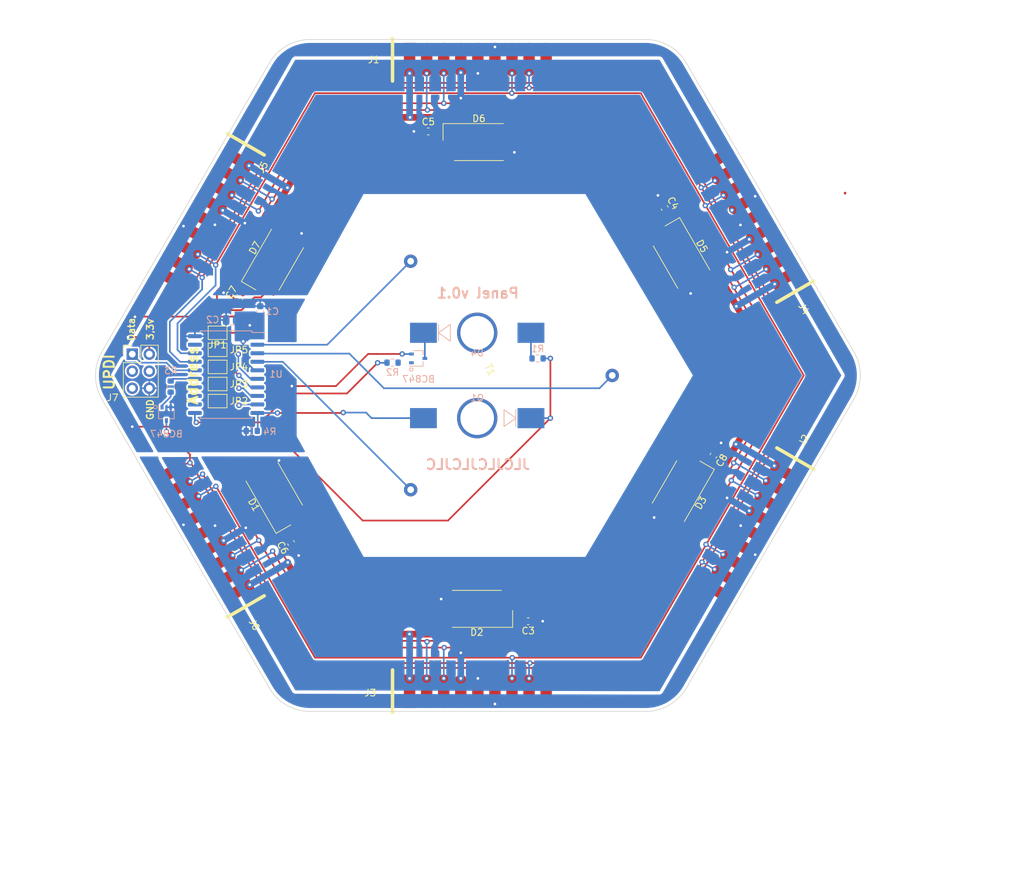
<source format=kicad_pcb>
(kicad_pcb (version 20211014) (generator pcbnew)
  (layers (0 "F.Cu" signal) (31 "B.Cu" signal) (34 "B.Paste" user) (35 "F.Paste" user) (36 "B.SilkS" user "B.Silkscreen") (37 "F.SilkS" user "F.Silkscreen") (38 "B.Mask" user) (39 "F.Mask" user) (44 "Edge.Cuts" user))
  (net 0 "")
  (net 1 "+3V3")
  (net 2 "GND")
  (net 3 "+5V")
  (net 4 "Net-(D1-Pad2)")
  (net 5 "GND1")
  (net 6 "LED_IN")
  (net 7 "Net-(D2-Pad2)")
  (net 8 "Net-(D3-Pad2)")
  (net 9 "Net-(D4-Pad2)")
  (net 10 "Net-(D5-Pad2)")
  (net 11 "LED_OUT")
  (net 12 "UPDI_DATA")
  (net 13 "Net-(D4-Pad1)")
  (net 14 "Net-(D6-Pad2)")
  (net 15 "Net-(JP1-Pad1)")
  (net 16 "Net-(JP2-Pad1)")
  (net 17 "Net-(JP3-Pad1)")
  (net 18 "Net-(JP4-Pad1)")
  (net 19 "Net-(JP5-Pad1)")
  (net 20 "Net-(Q1-Pad2)")
  (net 21 "Net-(Q2-Pad1)")
  (net 22 "Net-(Q3-Pad1)")
  (net 26 "touch")
  (net 27 "I2C_SDA")
  (net 28 "I2C_SCL")
  (net 30 "Net-(R2-Pad1)")
  (net 31 "Net-(R3-Pad2)")
  (net 32 "Net-(T1-Pad0)")
  (net 33 "Net-(T1-Pad1)")
  (net 34 "Net-(T1-Pad2)")
  (footprint "Capacitor_SMD:C_0603_1608Metric" (layer "F.Cu") (at 27.8065 -24.92817 -60)
    (fp_text reference "C4")
    (fp_text value "100nF")
  )
  (footprint "fsr:1x09_EdgeConnect" (layer "F.Cu") (at 40.891723 -23.47734 -150)
    (fp_text reference "J4")
    (fp_text value "Connect")
  )
  (footprint "fsr:1x09_EdgeConnect" (layer "F.Cu") (at 0 -47 90)
    (fp_text reference "J1")
    (fp_text value "Connect")
  )
  (footprint "fsr:LED_WS2812B_PLCC4_5.0x5.0mm_P3.2mm_handSolder" (layer "F.Cu") (at -0.155445 34.730762 180)
    (fp_text reference "D2")
    (fp_text value "WS2812B")
  )
  (footprint "fsr:1x09_EdgeConnect" (layer "F.Cu") (at -40.896277 23.38566 -150)
    (fp_text reference "J6")
    (fp_text value "Connect")
  )
  (footprint "Capacitor_SMD:C_0603_1608Metric" (layer "F.Cu") (at -35.433 -11.64783 60)
    (fp_text reference "C7")
    (fp_text value "100nF")
  )
  (footprint "Capacitor_SMD:C_0603_1608Metric" (layer "F.Cu") (at 35.052 11.938 -120)
    (fp_text reference "C8")
    (fp_text value "100nF")
  )
  (footprint "fsr:LED_RevMount_5mm" (layer "F.Cu") (at -0.1 -6.35)
    (fp_text reference "D4")
    (fp_text value "LED")
  )
  (footprint "fsr:1x09_EdgeConnect" (layer "F.Cu") (at -40.894 -23.408705 -30)
    (fp_text reference "J5")
    (fp_text value "Connect")
  )
  (footprint "fsr:LED_WS2812B_PLCC4_5.0x5.0mm_P3.2mm_handSolder" (layer "F.Cu") (at -30.155445 -17.230762 60)
    (fp_text reference "D7")
    (fp_text value "WS2812B")
  )
  (footprint "Jumper:SolderJumper-2_P1.3mm_Open_TrianglePad1.0x1.5mm" (layer "F.Cu") (at -38.735 -1.27 180)
    (fp_text reference "JP4")
    (fp_text value "A3")
  )
  (footprint "Capacitor_SMD:C_0603_1608Metric" (layer "F.Cu") (at 7.493 36.576 180)
    (fp_text reference "C3")
    (fp_text value "100nF")
  )
  (footprint "fsr:1x09_EdgeConnect" (layer "F.Cu") (at 0 47 90)
    (fp_text reference "J3")
    (fp_text value "Connect")
  )
  (footprint "fsr:LED_WS2812B_PLCC4_5.0x5.0mm_P3.2mm_handSolder" (layer "F.Cu") (at 0.155445 -34.730762)
    (fp_text reference "D6")
    (fp_text value "WS2812B")
  )
  (footprint "fsr:LED_WS2812B_PLCC4_5.0x5.0mm_P3.2mm_handSolder" (layer "F.Cu") (at -30.310889 17.5 120)
    (fp_text reference "D1")
    (fp_text value "WS2812B")
  )
  (footprint "Jumper:SolderJumper-2_P1.3mm_Open_TrianglePad1.0x1.5mm" (layer "F.Cu") (at -38.735 -3.81 180)
    (fp_text reference "JP5")
    (fp_text value "A4")
  )
  (footprint "fsr:LED_WS2812B_PLCC4_5.0x5.0mm_P3.2mm_handSolder" (layer "F.Cu") (at 30.310889 -17.5 -60)
    (fp_text reference "D5")
    (fp_text value "WS2812B")
  )
  (footprint "Jumper:SolderJumper-2_P1.3mm_Open_TrianglePad1.0x1.5mm" (layer "F.Cu") (at -38.735 -6.35 180)
    (fp_text reference "JP1")
    (fp_text value "A0")
  )
  (footprint "Jumper:SolderJumper-2_P1.3mm_Open_TrianglePad1.0x1.5mm" (layer "F.Cu") (at -38.735 1.27 180)
    (fp_text reference "JP3")
    (fp_text value "A2")
  )
  (footprint "Jumper:SolderJumper-2_P1.3mm_Open_TrianglePad1.0x1.5mm" (layer "F.Cu") (at -38.735 3.81 180)
    (fp_text reference "JP2")
    (fp_text value "A1")
  )
  (footprint "fsr:3Touch_80mm_back" (layer "F.Cu") (at 0 0 -90)
    (fp_text reference "T1")
    (fp_text value "3Touch")
  )
  (footprint "Connector_PinHeader_2.54mm:PinHeader_2x03_P2.54mm_Vertical" (layer "F.Cu") (at -51.435 -3.175)
    (fp_text reference "J7")
    (fp_text value "UPDI")
  )
  (footprint "fsr:LED_RevMount_5mm" (layer "F.Cu") (at -0.1 6.35 180)
    (fp_text reference "Q1")
    (fp_text value "Q_Photo_NPN")
  )
  (footprint "Capacitor_SMD:C_0603_1608Metric" (layer "F.Cu") (at -7.379 -36.322)
    (fp_text reference "C5")
    (fp_text value "100nF")
  )
  (footprint "fsr:1x09_EdgeConnect" (layer "F.Cu") (at 40.894 23.368 -30)
    (fp_text reference "J2")
    (fp_text value "Connect")
  )
  (footprint "Capacitor_SMD:C_0603_1608Metric" (layer "F.Cu") (at -27.8065 24.92817 120)
    (fp_text reference "C6")
    (fp_text value "100nF")
  )
  (footprint "fsr:LED_WS2812B_PLCC4_5.0x5.0mm_P3.2mm_handSolder" (layer "F.Cu") (at 30.155445 17.230762 -120)
    (fp_text reference "D3")
    (fp_text value "WS2812B")
  )
  (footprint "Resistor_SMD:R_0603_1608Metric" (layer "B.Cu") (at -45.72 1.651 90)
    (fp_text reference "R3")
    (fp_text value "1M")
  )
  (footprint "Resistor_SMD:R_0603_1608Metric" (layer "B.Cu") (at -33.655 8.255 180)
    (fp_text reference "R4")
    (fp_text value "RSense")
  )
  (footprint "Resistor_SMD:R_0603_1608Metric" (layer "B.Cu") (at 8.89 -2.54 180)
    (fp_text reference "R1")
    (fp_text value "100R")
  )
  (footprint "Capacitor_SMD:C_0805_2012Metric" (layer "B.Cu") (at -36.515001 -8.255 180)
    (fp_text reference "C2")
    (fp_text value "10uF")
  )
  (footprint "Synth:SOT-323_SC-70" (layer "B.Cu") (at -8.89 -2.54)
    (fp_text reference "Q2" hide)
    (fp_text value "BC847")
  )
  (footprint "Package_SO:SOIC-20W_7.5x12.8mm_P1.27mm" (layer "B.Cu") (at -37.465 -0.13 180)
    (fp_text reference "U1")
    (fp_text value "ATtiny816-S")
  )
  (footprint "Resistor_SMD:R_0603_1608Metric" (layer "B.Cu") (at -12.7 -1.905)
    (fp_text reference "R2")
    (fp_text value "47k")
  )
  (footprint "Synth:SOT-323_SC-70" (layer "B.Cu") (at -46.355 5.715 -90)
    (fp_text reference "Q3" hide)
    (fp_text value "BC847")
  )
  (footprint "Capacitor_SMD:C_0603_1608Metric" (layer "B.Cu") (at -32.385 -9.525 90)
    (fp_text reference "C1")
    (fp_text value "100nF")
  )
  (gr_arc (start -31.03 -46.5) (mid -28.467822 -49.062178) (end -24.967822 -50) (layer "Edge.Cuts") (width 0.1))
  (gr_line (start -55.972178 -3.5) (end -31.03 -46.5) (layer "Edge.Cuts") (width 0.1))
  (gr_arc (start -55.972178 3.5) (mid -56.91 0) (end -55.972178 -3.5) (layer "Edge.Cuts") (width 0.1))
  (gr_line (start 31.03 -46.5) (end 55.972178 -3.5) (layer "Edge.Cuts") (width 0.1))
  (gr_arc (start 24.967822 -50) (mid 28.467822 -49.062178) (end 31.03 -46.5) (layer "Edge.Cuts") (width 0.1))
  (gr_line (start 55.972178 3.5) (end 31.032178 46.497822) (layer "Edge.Cuts") (width 0.1))
  (gr_line (start 24.97 49.997822) (end -24.967822 50) (layer "Edge.Cuts") (width 0.1))
  (gr_line (start -24.967822 -50) (end 24.967822 -50) (layer "Edge.Cuts") (width 0.1))
  (gr_arc (start -24.967822 50) (mid -28.467822 49.062178) (end -31.03 46.5) (layer "Edge.Cuts") (width 0.1))
  (gr_arc (start 55.972178 -3.5) (mid 56.91 0) (end 55.972178 3.5) (layer "Edge.Cuts") (width 0.1))
  (gr_arc (start 31.032178 46.497822) (mid 28.47 49.06) (end 24.97 49.997822) (layer "Edge.Cuts") (width 0.1))
  (gr_line (start -31.03 46.5) (end -55.972178 3.5) (layer "Edge.Cuts") (width 0.1))
  (gr_text "Panel v0.1" (at 0 -12.25) (layer "B.SilkS") (effects (font (size 1.5 1.5) (thickness 0.3)) (justify mirror)))
  (gr_text "JLCJLCJLCJLC" (at 0 13.25) (layer "B.SilkS") (effects (font (size 1.5 1.5) (thickness 0.3)) (justify mirror)))
  (gr_text "UPDI" (at -54.864 -0.508 90) (layer "F.SilkS") (effects (font (size 1.5 1.5) (thickness 0.3))))
  (gr_text "Address\n" (at -42.418 0 90) (layer "F.SilkS") (effects (font (size 1.5 1.5) (thickness 0.3))))
  (gr_text "Data" (at -51.562 -6.858 90) (layer "F.SilkS") (effects (font (size 1 1) (thickness 0.2))))
  (gr_text "3,3v" (at -48.768 -6.858 90) (layer "F.SilkS") (effects (font (size 1 1) (thickness 0.2))))
  (gr_text "GND" (at -48.768 5.08 90) (layer "F.SilkS") (effects (font (size 1 1) (thickness 0.2))))
  (segment (start -35.24 -8.76) (end -51.01 -8.76) (width 0.25) (layer "F.Cu") (net 1))
  (segment (start -48.895 -4.445) (end -49.53 -5.08) (width 0.25) (layer "F.Cu") (net 1))
  (segment (start -51.01 -8.76) (end -51.04 -8.73) (width 0.25) (layer "F.Cu") (net 1))
  (segment (start -4.445 21.59) (end -17.145 21.59) (width 0.25) (layer "F.Cu") (net 1))
  (segment (start -29.21 9.525) (end -42.545 9.525) (width 0.25) (layer "F.Cu") (net 1))
  (segment (start -49.53 -5.08) (end -50.165 -5.715) (width 0.25) (layer "F.Cu") (net 1))
  (segment (start 10.795 6.35) (end -4.445 21.59) (width 0.25) (layer "F.Cu") (net 1))
  (segment (start -42.545 9.525) (end -44.45 7.62) (width 0.25) (layer "F.Cu") (net 1))
  (segment (start -33.94 -7.46) (end -35.24 -8.76) (width 0.25) (layer "F.Cu") (net 1))
  (segment (start 10.795 -2.54) (end 10.795 6.35) (width 0.25) (layer "F.Cu") (net 1))
  (segment (start -44.45 7.62) (end -51.435 7.62) (width 0.25) (layer "F.Cu") (net 1))
  (segment (start -17.145 21.59) (end -29.21 9.525) (width 0.25) (layer "F.Cu") (net 1))
  (segment (start -50.165 -5.715) (end -52.07 -5.715) (width 0.25) (layer "F.Cu") (net 1))
  (segment (start -48.895 -3.175) (end -48.895 -4.445) (width 0.25) (layer "F.Cu") (net 1))
  (via (at 41.275 -26.67) (size 0.8) (drill 0.4) (layers "F.Cu" "B.Cu") (net 1))
  (via (at 10.795 -2.54) (size 0.8) (drill 0.4) (layers "F.Cu" "B.Cu") (net 1))
  (via (at -51.04 -8.73) (size 0.8) (drill 0.4) (layers "F.Cu" "B.Cu") (net 1))
  (via (at 2.54 48.895) (size 0.8) (drill 0.4) (layers "F.Cu" "B.Cu") (net 1))
  (via (at -33.94 -7.46) (size 0.8) (drill 0.4) (layers "F.Cu" "B.Cu") (net 1))
  (via (at 41.275 26.67) (size 0.8) (drill 0.4) (layers "F.Cu" "B.Cu") (net 1))
  (via (at -43.815 -22.225) (size 0.8) (drill 0.4) (layers "F.Cu" "B.Cu") (net 1))
  (via (at 10.795 6.35) (size 0.8) (drill 0.4) (layers "F.Cu" "B.Cu") (net 1))
  (via (at -52.07 -5.715) (size 0.8) (drill 0.4) (layers "F.Cu" "B.Cu") (net 1))
  (via (at 2.54 -48.895) (size 0.8) (drill 0.4) (layers "F.Cu" "B.Cu") (net 1))
  (via (at -43.815 22.225) (size 0.8) (drill 0.4) (layers "F.Cu" "B.Cu") (net 1))
  (via (at 37.813162 -24.599786) (size 0.8) (drill 0.4) (layers "F.Cu" "B.Cu") (net 1))
  (via (at -51.435 7.62) (size 0.8) (drill 0.4) (layers "F.Cu" "B.Cu") (net 1))
  (segment (start 7.9 6.35) (end 10.795 6.35) (width 0.25) (layer "B.Cu") (net 1))
  (segment (start 9.715 -2.54) (end 10.795 -2.54) (width 0.25) (layer "B.Cu") (net 1))
  (segment (start -21.12 1.58) (end -27.69 1.58) (width 0.25) (layer "F.Cu") (net 2))
  (segment (start -15.09 -3.2) (end -11.26 -3.2) (width 0.25) (layer "F.Cu") (net 2))
  (segment (start -16.34 -3.2) (end -19.01 -0.53) (width 0.25) (layer "F.Cu") (net 2))
  (segment (start -15.09 -3.2) (end -16.34 -3.2) (width 0.25) (layer "F.Cu") (net 2))
  (segment (start -19.01 -0.53) (end -21.12 1.58) (width 0.25) (layer "F.Cu") (net 2))
  (via (at -11.26 -3.2) (size 0.8) (drill 0.4) (layers "F.Cu" "B.Cu") (net 2))
  (via (at -39.116 22.352) (size 0.8) (drill 0.4) (layers "F.Cu" "B.Cu") (net 2))
  (via (at 0 -44.958) (size 0.8) (drill 0.4) (layers "F.Cu" "B.Cu") (net 2))
  (via (at -27.69 1.58) (size 0.8) (drill 0.4) (layers "F.Cu" "B.Cu") (net 2))
  (via (at 39.116 22.352) (size 0.8) (drill 0.4) (layers "F.Cu" "B.Cu") (net 2))
  (via (at 39.083162 -22.400082) (size 0.8) (drill 0.4) (layers "F.Cu" "B.Cu") (net 2))
  (via (at 0 45.085) (size 0.8) (drill 0.4) (layers "F.Cu" "B.Cu") (net 2))
  (via (at -39.138123 -22.424182) (size 0.8) (drill 0.4) (layers "F.Cu" "B.Cu") (net 2))
  (segment (start -11.25 -3.19) (end -11.26 -3.2) (width 0.25) (layer "B.Cu") (net 2))
  (segment (start -9.89 -3.19) (end -11.25 -3.19) (width 0.25) (layer "B.Cu") (net 2))
  (segment (start -36.831046 -13.21125) (end -36.832148 -13.210148) (width 0.25) (layer "F.Cu") (net 3))
  (segment (start -28.299878 23.941931) (end -29.670982 21.56711) (width 0.25) (layer "F.Cu") (net 3))
  (segment (start -22.12263 -38.4107) (end -22.22213 -38.5102) (width 1) (layer "F.Cu") (net 3))
  (segment (start 28.299878 -24.068931) (end 29.670982 -21.69411) (width 0.25) (layer "F.Cu") (net 3))
  (segment (start 34.894459 12.69675) (end 34.45564 12.814331) (width 0.25) (layer "F.Cu") (net 3))
  (segment (start -35.275459 -12.44275) (end -36.606541 -13.21125) (width 0.25) (layer "F.Cu") (net 3))
  (segment (start -36.606541 -13.21125) (end -36.748192 -13.739902) (width 0.25) (layer "F.Cu") (net 3))
  (segment (start -28.30029 27.824386) (end -28.332386 27.824386) (width 1) (layer "F.Cu") (net 3))
  (segment (start 6.331 38.5) (end 22.22799 38.5) (width 1) (layer "F.Cu") (net 3))
  (segment (start -22.225731 -38.509205) (end -28.278867 -28.024867) (width 1) (layer "F.Cu") (net 3))
  (segment (start -6.604 -36.5695) (end -6.282762 -36.248262) (width 0.25) (layer "F.Cu") (net 3))
  (segment (start -28.345845 -27.957889) (end -28.278867 -28.024867) (width 1) (layer "F.Cu") (net 3))
  (segment (start 6.718 36.576) (end 6.396762 36.254762) (width 0.25) (layer "F.Cu") (net 3))
  (segment (start 6.718 38.113) (end 6.331 38.5) (width 0.25) (layer "F.Cu") (net 3))
  (segment (start -6.604 -38.1065) (end -6.217 -38.4935) (width 0.25) (layer "F.Cu") (net 3))
  (segment (start -35.275459 -12.44275) (end -34.83664 -12.560331) (width 0.25) (layer "F.Cu") (net 3))
  (segment (start 34.45564 12.814331) (end 33.084537 15.189152) (width 0.25) (layer "F.Cu") (net 3))
  (segment (start -6.282762 -36.248262) (end -3.540555 -36.248262) (width 0.25) (layer "F.Cu") (net 3))
  (segment (start 22.23385 -38.5102) (end 22.13435 -38.4107) (width 1) (layer "F.Cu") (net 3))
  (segment (start 28.417459 -24.50775) (end 29.748541 -25.27625) (width 0.25) (layer "F.Cu") (net 3))
  (segment (start -6.604 -36.5695) (end -6.604 -38.1065) (width 0.25) (layer "F.Cu") (net 3))
  (segment (start -28.345845 -27.946954) (end -28.345845 -27.957889) (width 1) (layer "F.Cu") (net 3))
  (segment (start -28.278867 -28.024867) (end -36.832148 -13.210148) (width 1) (layer "F.Cu") (net 3))
  (segment (start 44.463699 0) (end 22.235709 -38.500008) (width 1) (layer "F.Cu") (net 3))
  (segment (start -28.332386 27.824386) (end -28.367348 27.859348) (width 1) (layer "F.Cu") (net 3))
  (segment (start 34.894459 12.69675) (end 36.225541 13.46525) (width 0.25) (layer "F.Cu") (net 3))
  (segment (start -36.606541 -13.21125) (end -36.831046 -13.21125) (width 0.25) (layer "F.Cu") (net 3))
  (segment (start 22.231591 38.499005) (end 44.459581 -0.001003) (width 1) (layer "F.Cu") (net 3))
  (segment (start -28.367348 27.859348) (end -22.229849 38.489808) (width 1) (layer "F.Cu") (net 3))
  (segment (start -10.179 38.5) (end 6.331 38.5) (width 1) (layer "F.Cu") (net 3))
  (segment (start -34.83664 -12.560331) (end -33.465537 -14.935152) (width 0.25) (layer "F.Cu") (net 3))
  (segment (start 29.748541 -25.27625) (end 30.277192 -25.134598) (width 0.25) (layer "F.Cu") (net 3))
  (segment (start -28.417459 24.38075) (end -28.299878 23.941931) (width 0.25) (layer "F.Cu") (net 3))
  (segment (start 36.225541 13.46525) (end 36.367192 13.993902) (width 0.25) (layer "F.Cu") (net 3))
  (segment (start -28.448 27.559) (end -29.819104 25.184179) (width 0.25) (layer "F.Cu") (net 3))
  (segment (start -10.0897 -38.4107) (end -22.12263 -38.4107) (width 1) (layer "F.Cu") (net 3))
  (segment (start -22.22799 38.5) (end -10.179 38.5) (width 1) (layer "F.Cu") (net 3))
  (segment (start 6.396762 36.254762) (end 3.654555 36.254762) (width 0.25) (layer "F.Cu") (net 3))
  (segment (start 6.718 36.576) (end 6.718 38.113) (width 0.25) (layer "F.Cu") (net 3))
  (segment (start -28.417459 24.38075) (end -29.748541 25.14925) (width 0.25) (layer "F.Cu") (net 3))
  (segment (start 22.13435 -38.4107) (end -10.0897 -38.4107) (width 1) (layer "F.Cu") (net 3))
  (segment (start 28.417459 -24.50775) (end 28.299878 -24.068931) (width 0.25) (layer "F.Cu") (net 3))
  (via (at -10.0897 -38.4107) (size 0.8) (drill 0.4) (layers "F.Cu" "B.Cu") (net 3))
  (via (at -10.16 -44.958) (size 0.8) (drill 0.4) (layers "F.Cu" "B.Cu") (net 3))
  (via (at 44.112307 13.443064) (size 0.8) (drill 0.4) (layers "F.Cu" "B.Cu") (net 3))
  (via (at 38.407029 10.230296) (size 0.8) (drill 0.4) (layers "F.Cu" "B.Cu") (net 3))
  (via (at -28.345845 -27.946954) (size 0.8) (drill 0.4) (layers "F.Cu" "B.Cu") (net 3))
  (via (at -10.179 38.5) (size 0.8) (drill 0.4) (layers "F.Cu" "B.Cu") (net 3))
  (via (at -10.16 45.085) (size 0.8) (drill 0.4) (layers "F.Cu" "B.Cu") (net 3))
  (via (at -28.30029 27.824386) (size 0.8) (drill 0.4) (layers "F.Cu" "B.Cu") (net 3))
  (via (at 44.163162 -13.601264) (size 0.8) (drill 0.4) (layers "F.Cu" "B.Cu") (net 3))
  (via (at -33.935269 31.158918) (size 0.8) (drill 0.4) (layers "F.Cu" "B.Cu") (net 3))
  (via (at -34.058123 -31.223) (size 0.8) (drill 0.4) (layers "F.Cu" "B.Cu") (net 3))
  (via (at 38.469884 -10.292309) (size 0.8) (drill 0.4) (layers "F.Cu" "B.Cu") (net 3))
  (segment (start -33.935269 31.158918) (end -28.326023 27.920418) (width 1) (layer "B.Cu") (net 3))
  (segment (start 44.112307 13.443064) (end 38.503061 10.204566) (width 1) (layer "B.Cu") (net 3))
  (segment (start -28.326023 27.920418) (end -28.30029 27.824386) (width 1) (layer "B.Cu") (net 3))
  (segment (start -10.16 -38.481) (end -10.0897 -38.4107) (width 1) (layer "B.Cu") (net 3))
  (segment (start -10.16 -44.958) (end -10.16 -38.481) (width 1) (layer "B.Cu") (net 3))
  (segment (start 38.503061 10.204566) (end 38.407029 10.230296) (width 1) (layer "B.Cu") (net 3))
  (segment (start -28.3718 -27.94) (end -28.345845 -27.946954) (width 1) (layer "B.Cu") (net 3))
  (segment (start -10.16 38.519) (end -10.179 38.5) (width 1) (layer "B.Cu") (net 3))
  (segment (start 38.476839 -10.318264) (end 38.469884 -10.292309) (width 1) (layer "B.Cu") (net 3))
  (segment (start -34.058123 -31.223) (end -28.3718 -27.94) (width 1) (layer "B.Cu") (net 3))
  (segment (start -10.16 45.085) (end -10.16 38.519) (width 1) (layer "B.Cu") (net 3))
  (segment (start 44.163162 -13.601264) (end 38.476839 -10.318264) (width 1) (layer "B.Cu") (net 3))
  (segment (start -17.653 36.322) (end -17.654576 36.327881) (width 0.25) (layer "F.Cu") (net 4))
  (segment (start -17.654576 36.327881) (end -3.939709 36.32788) (width 0.25) (layer "F.Cu") (net 4))
  (segment (start -27.158603 19.857811) (end -17.653 36.322) (width 0.25) (layer "F.Cu") (net 4))
  (segment (start -8.141 -36.322) (end -9.525 -36.322) (width 0.25) (layer "F.Cu") (net 5))
  (segment (start 31.575158 -12.225041) (end 31.667007 -12.20043) (width 0.25) (layer "F.Cu") (net 5))
  (segment (start -29.624041 12.747842) (end -29.59943 12.655993) (width 0.25) (layer "F.Cu") (net 5))
  (segment (start 26.209841 21.048958) (end 26.234452 21.140808) (width 0.25) (layer "F.Cu") (net 5))
  (segment (start -27.362 25.598421) (end -26.67 26.797) (width 0.25) (layer "F.Cu") (net 5))
  (segment (start 30.861 -13.462) (end 31.575158 -12.225041) (width 0.25) (layer "F.Cu") (net 5))
  (segment (start 26.924 19.812) (end 26.209841 21.048958) (width 0.25) (layer "F.Cu") (net 5))
  (segment (start 3.937 -33.147) (end 5.365317 -33.146999) (width 0.25) (layer "F.Cu") (net 5))
  (segment (start 27.489 -25.598421) (end 26.797 -26.797) (width 0.25) (layer "F.Cu") (net 5))
  (segment (start 35.503 11.231579) (end 36.195 10.033) (width 0.25) (layer "F.Cu") (net 5))
  (segment (start 8.268 36.576) (end 9.652 36.576) (width 0.25) (layer "F.Cu") (net 5))
  (segment (start -3.965445 33.206762) (end -5.393762 33.206762) (width 0.25) (layer "F.Cu") (net 5))
  (segment (start -37.16284 -12.319) (end -37.846 -12.319) (width 0.25) (layer "F.Cu") (net 5))
  (segment (start -26.924 -19.812) (end -26.209841 -21.048958) (width 0.25) (layer "F.Cu") (net 5))
  (segment (start -5.393762 33.206762) (end -5.461 33.274) (width 0.25) (layer "F.Cu") (net 5))
  (segment (start -26.209841 -21.048958) (end -26.234452 -21.140808) (width 0.25) (layer "F.Cu") (net 5))
  (segment (start 5.365317 -33.146999) (end 5.432555 -33.214238) (width 0.25) (layer "F.Cu") (net 5))
  (segment (start -30.861 13.462) (end -29.624041 12.747842) (width 0.25) (layer "F.Cu") (net 5))
  (segment (start -35.8205 -10.97666) (end -37.16284 -12.319) (width 0.25) (layer "F.Cu") (net 5))
  (via (at -29.59943 12.655993) (size 0.8) (drill 0.4) (layers "F.Cu" "B.Cu") (net 5))
  (via (at -2.54 -45.085) (size 0.8) (drill 0.4) (layers "F.Cu" "B.Cu") (net 5))
  (via (at -34.545222 22.6695) (size 0.8) (drill 0.4) (layers "F.Cu" "B.Cu") (net 5))
  (via (at -26.234452 -21.140808) (size 0.8) (drill 0.4) (layers "F.Cu" "B.Cu") (net 5))
  (via (at 37.085222 -18.3515) (size 0.8) (drill 0.4) (layers "F.Cu" "B.Cu") (net 5))
  (via (at -37.844778 24.5745) (size 0.8) (drill 0.4) (layers "F.Cu" "B.Cu") (net 5))
  (via (at 26.797 -26.797) (size 0.8) (drill 0.4) (layers "F.Cu" "B.Cu") (net 5))
  (via (at -2.54 45.085) (size 0.8) (drill 0.4) (layers "F.Cu" "B.Cu") (net 5))
  (via (at 9.652 36.576) (size 0.8) (drill 0.4) (layers "F.Cu" "B.Cu") (net 5))
  (via (at -34.672222 -22.6695) (size 0.8) (drill 0.4) (layers "F.Cu" "B.Cu") (net 5))
  (via (at -9.525 -36.322) (size 0.8) (drill 0.4) (layers "F.Cu" "B.Cu") (net 5))
  (via (at -2.54 41.275) (size 0.8) (drill 0.4) (layers "F.Cu" "B.Cu") (net 5))
  (via (at -2.54 -41.275) (size 0.8) (drill 0.4) (layers "F.Cu" "B.Cu") (net 5))
  (via (at 40.384778 -20.2565) (size 0.8) (drill 0.4) (layers "F.Cu" "B.Cu") (net 5))
  (via (at 31.667007 -12.20043) (size 0.8) (drill 0.4) (layers "F.Cu" "B.Cu") (net 5))
  (via (at 40.384778 20.1295) (size 0.8) (drill 0.4) (layers "F.Cu" "B.Cu") (net 5))
  (via (at -37.846 -12.319) (size 0.8) (drill 0.4) (layers "F.Cu" "B.Cu") (net 5))
  (via (at 5.432555 -33.214238) (size 0.8) (drill 0.4) (layers "F.Cu" "B.Cu") (net 5))
  (via (at -5.461 33.274) (size 0.8) (drill 0.4) (layers "F.Cu" "B.Cu") (net 5))
  (via (at 37.085222 18.2245) (size 0.8) (drill 0.4) (layers "F.Cu" "B.Cu") (net 5))
  (via (at -26.67 26.797) (size 0.8) (drill 0.4) (layers "F.Cu" "B.Cu") (net 5))
  (via (at 36.195 10.033) (size 0.8) (drill 0.4) (layers "F.Cu" "B.Cu") (net 5))
  (via (at -37.971778 -24.5745) (size 0.8) (drill 0.4) (layers "F.Cu" "B.Cu") (net 5))
  (via (at 26.234452 21.140808) (size 0.8) (drill 0.4) (layers "F.Cu" "B.Cu") (net 5))
  (segment (start -34.545222 22.6695) (end -37.844778 24.5745) (width 1) (layer "B.Cu") (net 5))
  (segment (start -34.672222 -22.6695) (end -37.971778 -24.5745) (width 1) (layer "B.Cu") (net 5))
  (segment (start -2.54 -41.275) (end -2.54 -45.085) (width 1) (layer "B.Cu") (net 5))
  (segment (start -2.54 45.085) (end -2.54 41.275) (width 1) (layer "B.Cu") (net 5))
  (segment (start 40.384778 -20.2565) (end 37.085222 -18.3515) (width 1) (layer "B.Cu") (net 5))
  (segment (start 40.384778 20.1295) (end 37.085222 18.2245) (width 1) (layer "B.Cu") (net 5))
  (segment (start -23.380432 -40.509205) (end -32.578567 -24.577567) (width 0.25) (layer "F.Cu") (net 6))
  (segment (start -33.535712 14.962443) (end -36.846863 16.874137) (width 0.25) (layer "F.Cu") (net 6))
  (segment (start -32.659296 -24.496838) (end -32.578567 -24.577567) (width 0.25) (layer "F.Cu") (net 6))
  (segment (start -5.0772 -40.5102) (end -23.37683 -40.5102) (width 0.25) (layer "F.Cu") (net 6))
  (segment (start 23.386292 40.499005) (end 46.768982 -0.001003) (width 0.25) (layer "F.Cu") (net 6))
  (segment (start -23.38269 40.5) (end -5.0162 40.5) (width 0.25) (layer "F.Cu") (net 6))
  (segment (start 23.38855 -40.5102) (end -5.0772 -40.5102) (width 0.25) (layer "F.Cu") (net 6))
  (segment (start 46.7731 -0.000001) (end 23.39041 -40.500008) (width 0.25) (layer "F.Cu") (net 6))
  (segment (start -5.0162 40.5) (end 23.38269 40.5) (width 0.25) (layer "F.Cu") (net 6))
  (segment (start -36.850719 16.877993) (end -36.850719 17.165719) (width 0.25) (layer "F.Cu") (net 6))
  (segment (start -36.850719 17.165719) (end -23.38455 40.489808) (width 0.25) (layer "F.Cu") (net 6))
  (segment (start -32.661184 24.533184) (end -32.766 24.638) (width 0.25) (layer "F.Cu") (net 6))
  (segment (start -32.624762 24.533184) (end -32.661184 24.533184) (width 0.25) (layer "F.Cu") (net 6))
  (segment (start -32.659296 -24.475838) (end -32.659296 -24.496838) (width 0.25) (layer "F.Cu") (net 6))
  (segment (start -36.846863 16.874137) (end -36.850719 16.877993) (width 0.25) (layer "F.Cu") (net 6))
  (via (at 41.623162 -18.000673) (size 0.8) (drill 0.4) (layers "F.Cu" "B.Cu") (net 6))
  (via (at -36.475269 26.759509) (size 0.8) (drill 0.4) (layers "F.Cu" "B.Cu") (net 6))
  (via (at -32.659296 -24.475838) (size 0.8) (drill 0.4) (layers "F.Cu" "B.Cu") (net 6))
  (via (at -36.598123 -26.823591) (size 0.8) (drill 0.4) (layers "F.Cu" "B.Cu") (net 6))
  (via (at -32.624762 24.533184) (size 0.8) (drill 0.4) (layers "F.Cu" "B.Cu") (net 6))
  (via (at -5.0162 40.5) (size 0.8) (drill 0.4) (layers "F.Cu" "B.Cu") (net 6))
  (via (at -5.0772 -40.5102) (size 0.8) (drill 0.4) (layers "F.Cu" "B.Cu") (net 6))
  (via (at 37.719 15.621) (size 0.8) (drill 0.4) (layers "F.Cu" "B.Cu") (net 6))
  (via (at -5.08 45.085) (size 0.8) (drill 0.4) (layers "F.Cu" "B.Cu") (net 6))
  (via (at 37.620535 -15.763425) (size 0.8) (drill 0.4) (layers "F.Cu" "B.Cu") (net 6))
  (via (at 41.572308 17.842474) (size 0.8) (drill 0.4) (layers "F.Cu" "B.Cu") (net 6))
  (via (at -5.08 -44.958) (size 0.8) (drill 0.4) (layers "F.Cu" "B.Cu") (net 6))
  (segment (start -32.682649 -24.562991) (end -32.659296 -24.475838) (width 0.25) (layer "B.Cu") (net 6))
  (segment (start -32.625787 24.537009) (end -32.624762 24.533184) (width 0.25) (layer "B.Cu") (net 6))
  (segment (start 37.707688 -15.740073) (end 37.620535 -15.763425) (width 0.25) (layer "B.Cu") (net 6))
  (segment (start 37.722825 15.619975) (end 37.719 15.621) (width 0.25) (layer "B.Cu") (net 6))
  (segment (start -36.598123 -26.823591) (end -32.682649 -24.562991) (width 0.25) (layer "B.Cu") (net 6))
  (segment (start -5.08 -44.958) (end -5.08 -40.513) (width 0.25) (layer "B.Cu") (net 6))
  (segment (start -5.08 -40.513) (end -5.0772 -40.5102) (width 0.25) (layer "B.Cu") (net 6))
  (segment (start -5.08 40.5638) (end -5.0162 40.5) (width 0.25) (layer "B.Cu") (net 6))
  (segment (start 41.572308 17.842474) (end 37.722825 15.619975) (width 0.25) (layer "B.Cu") (net 6))
  (segment (start -5.08 45.085) (end -5.08 40.5638) (width 0.25) (layer "B.Cu") (net 6))
  (segment (start 41.623162 -18.000673) (end 37.707688 -15.740073) (width 0.25) (layer "B.Cu") (net 6))
  (segment (start -36.475269 26.759509) (end -32.625787 24.537009) (width 0.25) (layer "B.Cu") (net 6))
  (segment (start 22.670067 33.211067) (end 29.5275 21.333644) (width 0.25) (layer "F.Cu") (net 7))
  (segment (start 3.654555 33.206762) (end 22.665762 33.206762) (width 0.25) (layer "F.Cu") (net 7))
  (segment (start 22.665762 33.206762) (end 22.670067 33.211067) (width 0.25) (layer "F.Cu") (net 7))
  (segment (start 40.245485 -3.257764) (end 33.388051 -15.135186) (width 0.25) (layer "F.Cu") (net 8))
  (segment (start 40.239604 -3.256188) (end 40.245485 -3.257764) (width 0.25) (layer "F.Cu") (net 8))
  (segment (start 30.734 13.208) (end 40.239604 -3.256188) (width 0.25) (layer "F.Cu") (net 8))
  (segment (start 7.9 -6.35) (end 7.9 -2.705) (width 0.25) (layer "B.Cu") (net 9))
  (segment (start 7.9 -2.705) (end 8.065 -2.54) (width 0.25) (layer "B.Cu") (net 9))
  (segment (start 17.653 -36.322) (end 17.654576 -36.327881) (width 0.25) (layer "F.Cu") (net 10))
  (segment (start 17.654576 -36.327881) (end 3.939709 -36.32788) (width 0.25) (layer "F.Cu") (net 10))
  (segment (start 27.158603 -19.857811) (end 17.653 -36.322) (width 0.25) (layer "F.Cu") (net 10))
  (segment (start 45.6184 0) (end 22.813059 -39.500008) (width 0.25) (layer "F.Cu") (net 11))
  (segment (start -7.506201 -39.510201) (end -22.79948 -39.510201) (width 0.25) (layer "F.Cu") (net 11))
  (segment (start -35.17 -9.72) (end -37.61 -9.72) (width 0.25) (layer "F.Cu") (net 11))
  (segment (start -38.244439 -13.015877) (end -30.595561 -26.264123) (width 0.25) (layer "F.Cu") (net 11))
  (segment (start -33.26 -11.63) (end -35.17 -9.72) (width 0.25) (layer "F.Cu") (net 11))
  (segment (start -22.803081 -39.509205) (end -30.451959 -26.260959) (width 0.25) (layer "F.Cu") (net 11))
  (segment (start -30.544237 26.159705) (end -30.447471 26.256471) (width 0.25) (layer "F.Cu") (net 11))
  (segment (start -38.414123 -13.015877) (end -38.244439 -13.015877) (width 0.25) (layer "F.Cu") (net 11))
  (segment (start 22.808941 39.499005) (end 45.614281 -0.001003) (width 0.25) (layer "F.Cu") (net 11))
  (segment (start -30.447471 26.256471) (end -22.8072 39.489808) (width 0.25) (layer "F.Cu") (net 11))
  (segment (start 22.8112 -39.5102) (end -7.506201 -39.510201) (width 0.25) (layer "F.Cu") (net 11))
  (segment (start -37.61 -9.72) (end -38.83 -10.94) (width 0.25) (layer "F.Cu") (net 11))
  (segment (start -30.740622 -13.169205) (end -32.279827 -11.63) (width 0.25) (layer "F.Cu") (net 11))
  (segment (start -30.544237 26.136761) (end -30.544237 26.159705) (width 0.25) (layer "F.Cu") (net 11))
  (segment (start -38.83 -12.6) (end -38.414123 -13.015877) (width 0.25) (layer "F.Cu") (net 11))
  (segment (start -22.80534 39.5) (end 22.80534 39.5) (width 0.25) (layer "F.Cu") (net 11))
  (segment (start -38.83 -10.94) (end -38.83 -12.6) (width 0.25) (layer "F.Cu") (net 11))
  (segment (start -30.464117 -26.248801) (end -30.451959 -26.260959) (width 0.25) (layer "F.Cu") (net 11))
  (segment (start -30.624158 -26.248801) (end -30.464117 -26.248801) (width 0.25) (layer "F.Cu") (net 11))
  (segment (start -32.279827 -11.63) (end -33.26 -11.63) (width 0.25) (layer "F.Cu") (net 11))
  (via (at -7.506201 -39.510201) (size 0.8) (drill 0.4) (layers "F.Cu" "B.Cu") (net 11))
  (via (at 38.138397 -13.114462) (size 0.8) (drill 0.4) (layers "F.Cu" "B.Cu") (net 11))
  (via (at 42.842308 15.64277) (size 0.8) (drill 0.4) (layers "F.Cu" "B.Cu") (net 11))
  (via (at -30.624158 -26.248801) (size 0.8) (drill 0.4) (layers "F.Cu" "B.Cu") (net 11))
  (via (at -7.62 -44.958) (size 0.8) (drill 0.4) (layers "F.Cu" "B.Cu") (net 11))
  (via (at 38.067476 13.017424) (size 0.8) (drill 0.4) (layers "F.Cu" "B.Cu") (net 11))
  (via (at -35.328123 -29.023295) (size 0.8) (drill 0.4) (layers "F.Cu" "B.Cu") (net 11))
  (via (at -7.5692 39.624) (size 0.8) (drill 0.4) (layers "F.Cu" "B.Cu") (net 11))
  (via (at -30.544237 26.136761) (size 0.8) (drill 0.4) (layers "F.Cu" "B.Cu") (net 11))
  (via (at -7.62 45.085) (size 0.8) (drill 0.4) (layers "F.Cu" "B.Cu") (net 11))
  (via (at -35.205269 28.959214) (size 0.8) (drill 0.4) (layers "F.Cu" "B.Cu") (net 11))
  (via (at 42.893162 -15.800969) (size 0.8) (drill 0.4) (layers "F.Cu" "B.Cu") (net 11))
  (segment (start -7.62 39.6748) (end -7.5692 39.624) (width 0.25) (layer "B.Cu") (net 11))
  (segment (start 42.842308 15.64277) (end 38.222929 12.97577) (width 0.25) (layer "B.Cu") (net 11))
  (segment (start -30.58589 26.292214) (end -30.544237 26.136761) (width 0.25) (layer "B.Cu") (net 11))
  (segment (start -35.328123 -29.023295) (end -30.642752 -26.318195) (width 0.25) (layer "B.Cu") (net 11))
  (segment (start 42.893162 -15.800969) (end 38.207791 -13.095868) (width 0.25) (layer "B.Cu") (net 11))
  (segment (start -7.62 45.085) (end -7.62 39.6748) (width 0.25) (layer "B.Cu") (net 11))
  (segment (start 38.222929 12.97577) (end 38.067476 13.017424) (width 0.25) (layer "B.Cu") (net 11))
  (segment (start -30.642752 -26.318195) (end -30.624158 -26.248801) (width 0.25) (layer "B.Cu") (net 11))
  (segment (start -7.62 -39.624) (end -7.506201 -39.510201) (width 0.25) (layer "B.Cu") (net 11))
  (segment (start -35.205269 28.959214) (end -30.58589 26.292214) (width 0.25) (layer "B.Cu") (net 11))
  (segment (start -7.62 -44.958) (end -7.62 -39.624) (width 0.25) (layer "B.Cu") (net 11))
  (segment (start 38.207791 -13.095868) (end 38.138397 -13.114462) (width 0.25) (layer "B.Cu") (net 11))
  (segment (start -45.215 -0.765) (end -46.355 -1.905) (width 0.25) (layer "B.Cu") (net 12))
  (segment (start -50.165 -1.905) (end -51.435 -3.175) (width 0.25) (layer "B.Cu") (net 12))
  (segment (start -46.355 -1.905) (end -50.165 -1.905) (width 0.25) (layer "B.Cu") (net 12))
  (segment (start -42.115 -0.765) (end -45.215 -0.765) (width 0.25) (layer "B.Cu") (net 12))
  (segment (start -7.89 -6.14) (end -8.1 -6.35) (width 0.25) (layer "B.Cu") (net 13))
  (segment (start -7.89 -2.54) (end -7.89 -6.14) (width 0.25) (layer "B.Cu") (net 13))
  (segment (start -3.721793 -33.146999) (end -22.733 -33.147) (width 0.25) (layer "F.Cu") (net 14))
  (segment (start -22.737305 -33.151305) (end -29.594738 -21.273882) (width 0.25) (layer "F.Cu") (net 14))
  (segment (start -22.733 -33.147) (end -22.737305 -33.151305) (width 0.25) (layer "F.Cu") (net 14))
  (segment (start -38.01 -6.35) (end -36.195 -6.35) (width 0.25) (layer "F.Cu") (net 15))
  (segment (start -36.195 -6.35) (end -34.925 -5.08) (width 0.25) (layer "F.Cu") (net 15))
  (via (at -34.925 -5.08) (size 0.8) (drill 0.4) (layers "F.Cu" "B.Cu") (net 15))
  (segment (start -33.241072 -0.765) (end -34.925 -2.448928) (width 0.25) (layer "B.Cu") (net 15))
  (segment (start -32.815 -0.765) (end -33.241072 -0.765) (width 0.25) (layer "B.Cu") (net 15))
  (segment (start -34.925 -2.448928) (end -34.925 -5.08) (width 0.25) (layer "B.Cu") (net 15))
  (segment (start -36.195 3.81) (end -35.56 4.445) (width 0.25) (layer "F.Cu") (net 16))
  (segment (start -38.01 3.81) (end -36.195 3.81) (width 0.25) (layer "F.Cu") (net 16))
  (via (at -35.56 4.445) (size 0.8) (drill 0.4) (layers "F.Cu" "B.Cu") (net 16))
  (segment (start -32.815 4.315) (end -35.43 4.315) (width 0.25) (layer "B.Cu") (net 16))
  (segment (start -35.43 4.315) (end -35.56 4.445) (width 0.25) (layer "B.Cu") (net 16))
  (segment (start -36.195 1.27) (end -35.56 1.905) (width 0.25) (layer "F.Cu") (net 17))
  (segment (start -38.01 1.27) (end -36.195 1.27) (width 0.25) (layer "F.Cu") (net 17))
  (via (at -35.56 1.905) (size 0.8) (drill 0.4) (layers "F.Cu" "B.Cu") (net 17))
  (segment (start -33.785 3.045) (end -34.925 1.905) (width 0.25) (layer "B.Cu") (net 17))
  (segment (start -32.815 3.045) (end -33.785 3.045) (width 0.25) (layer "B.Cu") (net 17))
  (segment (start -34.925 1.905) (end -35.56 1.905) (width 0.25) (layer "B.Cu") (net 17))
  (segment (start -36.83 -1.27) (end -35.56 0) (width 0.25) (layer "F.Cu") (net 18))
  (segment (start -38.01 -1.27) (end -36.83 -1.27) (width 0.25) (layer "F.Cu") (net 18))
  (via (at -35.56 0) (size 0.8) (drill 0.4) (layers "F.Cu" "B.Cu") (net 18))
  (segment (start -33.785 1.775) (end -35.56 0) (width 0.25) (layer "B.Cu") (net 18))
  (segment (start -32.815 1.775) (end -33.785 1.775) (width 0.25) (layer "B.Cu") (net 18))
  (segment (start -38.01 -3.81) (end -36.2845 -3.81) (width 0.25) (layer "F.Cu") (net 19))
  (segment (start -36.2845 -3.81) (end -35.6495 -3.175) (width 0.25) (layer "F.Cu") (net 19))
  (via (at -35.6495 -3.175) (size 0.8) (drill 0.4) (layers "F.Cu" "B.Cu") (net 19))
  (segment (start -32.815 0.505) (end -33.830536 0.505) (width 0.25) (layer "B.Cu") (net 19))
  (segment (start -35.6495 -1.313964) (end -35.6495 -3.175) (width 0.25) (layer "B.Cu") (net 19))
  (segment (start -33.830536 0.505) (end -35.6495 -1.313964) (width 0.25) (layer "B.Cu") (net 19))
  (segment (start -29.83 5.58) (end -20.1 5.58) (width 0.25) (layer "F.Cu") (net 20))
  (segment (start -20.1 5.58) (end -20.04 5.52) (width 0.25) (layer "F.Cu") (net 20))
  (via (at -29.83 5.58) (size 0.8) (drill 0.4) (layers "F.Cu" "B.Cu") (net 20))
  (via (at -20.04 5.52) (size 0.8) (drill 0.4) (layers "F.Cu" "B.Cu") (net 20))
  (segment (start -32.765 8.255) (end -32.765 5.635) (width 0.25) (layer "B.Cu") (net 20))
  (segment (start -16.65 5.52) (end -20.04 5.52) (width 0.25) (layer "B.Cu") (net 20))
  (segment (start -32.765 5.635) (end -32.815 5.585) (width 0.25) (layer "B.Cu") (net 20))
  (segment (start -15.82 6.35) (end -16.65 5.52) (width 0.25) (layer "B.Cu") (net 20))
  (segment (start -29.835 5.585) (end -29.83 5.58) (width 0.25) (layer "B.Cu") (net 20))
  (segment (start -32.815 5.585) (end -29.835 5.585) (width 0.25) (layer "B.Cu") (net 20))
  (segment (start -8.1 6.35) (end -15.82 6.35) (width 0.25) (layer "B.Cu") (net 20))
  (segment (start -45.72 3.175) (end -47.005 4.46) (width 0.25) (layer "B.Cu") (net 22))
  (segment (start -45.72 2.476) (end -45.72 3.175) (width 0.25) (layer "B.Cu") (net 22))
  (segment (start -47.005 4.46) (end -47.005 4.715) (width 0.25) (layer "B.Cu") (net 22))
  (segment (start -46.2655 8.3445) (end -46.355 8.3445) (width 0.25) (layer "F.Cu") (net 26))
  (segment (start 35.6616 -32.1564) (end 32.661342 -30.4242) (width 0.25) (layer "F.Cu") (net 26))
  (segment (start -42.672719 13.081719) (end -25.116601 43.489807) (width 0.25) (layer "F.Cu") (net 26))
  (segment (start -42.848989 11.761011) (end -46.2655 8.3445) (width 0.25) (layer "F.Cu") (net 26))
  (segment (start 10.16 -47) (end 10.16 -43.561) (width 0.25) (layer "F.Cu") (net 26))
  (segment (start -25.11474 43.5) (end -25.090239 43.524501) (width 0.25) (layer "F.Cu") (net 26))
  (segment (start -42.848989 13.003989) (end -42.848989 11.761011) (width 0.25) (layer "F.Cu") (net 26))
  (segment (start -25.090239 43.524501) (end 10.148901 43.524501) (width 0.25) (layer "F.Cu") (net 26))
  (segment (start 10.084699 -43.534701) (end -25.084379 -43.534701) (width 0.25) (layer "F.Cu") (net 26))
  (segment (start -43.134352 -12.999648) (end -42.729738 -12.999648) (width 0.25) (layer "F.Cu") (net 26))
  (segment (start 10.16 47) (end 10.16 43.5356) (width 0.25) (layer "F.Cu") (net 26))
  (segment (start -25.112483 -43.509204) (end -42.723693 -13.005693) (width 0.25) (layer "F.Cu") (net 26))
  (segment (start 25.1206 -43.5102) (end 10.1092 -43.5102) (width 0.25) (layer "F.Cu") (net 26))
  (segment (start 25.118343 43.499004) (end 50.233083 -0.001002) (width 0.25) (layer "F.Cu") (net 26))
  (segment (start 10.16 -43.561) (end 10.1092 -43.5102) (width 0.25) (layer "F.Cu") (net 26))
  (segment (start 32.723876 30.272808) (end 32.757345 30.26384) (width 0.25) (layer "F.Cu") (net 26))
  (segment (start 25.090239 43.524501) (end 25.11474 43.5) (width 0.25) (layer "F.Cu") (net 26))
  (segment (start 50.237201 -0.000001) (end 25.122461 -43.500007) (width 0.25) (layer "F.Cu") (net 26))
  (segment (start -42.729738 -12.999648) (end -42.723693 -13.005693) (width 0.25) (layer "F.Cu") (net 26))
  (segment (start 35.720732 32.061702) (end 32.74247 30.342202) (width 0.25) (layer "F.Cu") (net 26))
  (segment (start 10.148901 43.524501) (end 25.090239 43.524501) (width 0.25) (layer "F.Cu") (net 26))
  (segment (start 32.74247 30.342202) (end 32.723876 30.272808) (width 0.25) (layer "F.Cu") (net 26))
  (segment (start -25.084379 -43.534701) (end -25.10888 -43.5102) (width 0.25) (layer "F.Cu") (net 26))
  (segment (start -43.130011 13.003989) (end -42.848989 13.003989) (width 0.25) (layer "F.Cu") (net 26))
  (segment (start -42.750449 13.003989) (end -42.672719 13.081719) (width 0.25) (layer "F.Cu") (net 26))
  (segment (start -45.863693 14.582282) (end -43.130011 13.003989) (width 0.25) (layer "F.Cu") (net 26))
  (segment (start 10.16 43.5356) (end 10.148901 43.524501) (width 0.25) (layer "F.Cu") (net 26))
  (segment (start 32.661342 -30.4242) (end 32.65728 -30.409038) (width 0.25) (layer "F.Cu") (net 26))
  (segment (start -42.848989 13.003989) (end -42.750449 13.003989) (width 0.25) (layer "F.Cu") (net 26))
  (segment (start 10.1092 -43.5102) (end 10.084699 -43.534701) (width 0.25) (layer "F.Cu") (net 26))
  (segment (start -45.876561 -14.582863) (end -43.134352 -12.999648) (width 0.25) (layer "F.Cu") (net 26))
  (via (at -46.355 8.3445) (size 0.8) (drill 0.4) (layers "F.Cu" "B.Cu") (net 26))
  (via (at -42.848989 13.003989) (size 0.8) (drill 0.4) (layers "F.Cu" "B.Cu") (net 26))
  (segment (start -46.355 6.715) (end -46.355 8.3445) (width 0.25) (layer "B.Cu") (net 26))
  (segment (start 24.7142 42.799) (end 49.42479 -0.000998) (width 0.25) (layer "F.Cu") (net 27))
  (segment (start -40.97082 14.609486) (end -40.998153 14.582153) (width 0.25) (layer "F.Cu") (net 27))
  (segment (start -40.97082 14.677387) (end -40.97082 14.609486) (width 0.25) (layer "F.Cu") (net 27))
  (segment (start 7.748 42.8) (end 24.71059 42.8) (width 0.25) (layer "F.Cu") (net 27))
  (segment (start -40.998153 14.582153) (end -24.712458 42.789803) (width 0.25) (layer "F.Cu") (net 27))
  (segment (start -41.033255 -14.571717) (end -41.033255 -14.624087) (width 0.25) (layer "F.Cu") (net 27))
  (segment (start 7.6312 -42.8102) (end -24.704731 -42.8102) (width 0.25) (layer "F.Cu") (net 27))
  (segment (start 49.428909 -0.000005) (end 24.718318 -42.800003) (width 0.25) (layer "F.Cu") (net 27))
  (segment (start -41.033255 -14.624087) (end -40.909671 -14.747671) (width 0.25) (layer "F.Cu") (net 27))
  (segment (start 24.71645 -42.8102) (end 7.6312 -42.8102) (width 0.25) (layer "F.Cu") (net 27))
  (segment (start -24.71059 42.8) (end 7.748 42.8) (width 0.25) (layer "F.Cu") (net 27))
  (segment (start -24.70834 -42.8092) (end -40.909671 -14.747671) (width 0.25) (layer "F.Cu") (net 27))
  (via (at -42.825269 15.760986) (size 0.8) (drill 0.4) (layers "F.Cu" "B.Cu") (net 27))
  (via (at 33.356658 27.776797) (size 0.8) (drill 0.4) (layers "F.Cu" "B.Cu") (net 27))
  (via (at 7.6312 -42.8102) (size 0.8) (drill 0.4) (layers "F.Cu" "B.Cu") (net 27))
  (via (at 7.62 45.085) (size 0.8) (drill 0.4) (layers "F.Cu" "B.Cu") (net 27))
  (via (at 33.230294 -27.967547) (size 0.8) (drill 0.4) (layers "F.Cu" "B.Cu") (net 27))
  (via (at 7.748 42.8) (size 0.8) (drill 0.4) (layers "F.Cu" "B.Cu") (net 27))
  (via (at 35.273162 -28.999195) (size 0.8) (drill 0.4) (layers "F.Cu" "B.Cu") (net 27))
  (via (at -42.948122 -15.825068) (size 0.8) (drill 0.4) (layers "F.Cu" "B.Cu") (net 27))
  (via (at 35.222307 28.840997) (size 0.8) (drill 0.4) (layers "F.Cu" "B.Cu") (net 27))
  (via (at -40.97082 14.677387) (size 0.8) (drill 0.4) (layers "F.Cu" "B.Cu") (net 27))
  (via (at 7.62 -44.958) (size 0.8) (drill 0.4) (layers "F.Cu" "B.Cu") (net 27))
  (via (at -41.033255 -14.571717) (size 0.8) (drill 0.4) (layers "F.Cu" "B.Cu") (net 27))
  (segment (start 33.405145 -27.920695) (end 33.230294 -27.967547) (width 0.25) (layer "B.Cu") (net 27))
  (segment (start -41.033255 -12.814745) (end -45.847 -8.001) (width 0.25) (layer "B.Cu") (net 27))
  (segment (start 7.62 -44.958) (end 7.62 -42.8214) (width 0.25) (layer "B.Cu") (net 27))
  (segment (start 7.62 -42.8214) (end 7.6312 -42.8102) (width 0.25) (layer "B.Cu") (net 27))
  (segment (start -44.326 -2.035) (end -42.115 -2.035) (width 0.25) (layer "B.Cu") (net 27))
  (segment (start -42.825269 15.760986) (end -40.97492 14.692686) (width 0.25) (layer "B.Cu") (net 27))
  (segment (start -40.97492 14.692686) (end -40.97082 14.677387) (width 0.25) (layer "B.Cu") (net 27))
  (segment (start -45.847 -3.556) (end -44.326 -2.035) (width 0.25) (layer "B.Cu") (net 27))
  (segment (start -41.080106 -14.746568) (end -41.033255 -14.571717) (width 0.25) (layer "B.Cu") (net 27))
  (segment (start -41.033255 -14.571717) (end -41.033255 -12.814745) (width 0.25) (layer "B.Cu") (net 27))
  (segment (start 7.62 42.928) (end 7.748 42.8) (width 0.25) (layer "B.Cu") (net 27))
  (segment (start -45.847 -8.001) (end -45.847 -3.556) (width 0.25) (layer "B.Cu") (net 27))
  (segment (start 35.222307 28.840997) (end 33.371958 27.772698) (width 0.25) (layer "B.Cu") (net 27))
  (segment (start -42.948122 -15.825068) (end -41.080106 -14.746568) (width 0.25) (layer "B.Cu") (net 27))
  (segment (start 7.62 45.085) (end 7.62 42.928) (width 0.25) (layer "B.Cu") (net 27))
  (segment (start 35.273162 -28.999195) (end 33.405145 -27.920695) (width 0.25) (layer "B.Cu") (net 27))
  (segment (start 33.371958 27.772698) (end 33.356658 27.776797) (width 0.25) (layer "B.Cu") (net 27))
  (segment (start -24.24646 -42.0092) (end -38.882989 -16.657989) (width 0.25) (layer "F.Cu") (net 28))
  (segment (start 24.25232 41.999) (end 48.50103 -0.000998) (width 0.25) (layer "F.Cu") (net 28))
  (segment (start 5.1192 42) (end 24.24871 42) (width 0.25) (layer "F.Cu") (net 28))
  (segment (start 48.505148 -0.000005) (end 24.256438 -42.000003) (width 0.25) (layer "F.Cu") (net 28))
  (segment (start 24.25457 -42.0102) (end 5.0532 -42.0102) (width 0.25) (layer "F.Cu") (net 28))
  (segment (start 5.0532 -42.0102) (end -24.24285 -42.0102) (width 0.25) (layer "F.Cu") (net 28))
  (segment (start -24.24871 42) (end 5.1192 42) (width 0.25) (layer "F.Cu") (net 28))
  (segment (start -39.026034 -16.448324) (end -39.026034 -16.514944) (width 0.25) (layer "F.Cu") (net 28))
  (segment (start -38.989 16.51) (end -38.926015 16.572985) (width 0.25) (layer "F.Cu") (net 28))
  (segment (start -39.026034 -16.514944) (end -38.882989 -16.657989) (width 0.25) (layer "F.Cu") (net 28))
  (segment (start -38.926015 16.572985) (end -38.924985 16.572985) (width 0.25) (layer "F.Cu") (net 28))
  (segment (start -38.924985 16.572985) (end -24.250578 41.989803) (width 0.25) (layer "F.Cu") (net 28))
  (via (at -41.678123 -18.024773) (size 0.8) (drill 0.4) (layers "F.Cu" "B.Cu") (net 28))
  (via (at -39.026034 -16.448324) (size 0.8) (drill 0.4) (layers "F.Cu" "B.Cu") (net 28))
  (via (at 33.952838 25.144184) (size 0.8) (drill 0.4) (layers "F.Cu" "B.Cu") (net 28))
  (via (at 33.851873 -25.290939) (size 0.8) (drill 0.4) (layers "F.Cu" "B.Cu") (net 28))
  (via (at 5.1192 42) (size 0.8) (drill 0.4) (layers "F.Cu" "B.Cu") (net 28))
  (via (at 36.492308 26.641292) (size 0.8) (drill 0.4) (layers "F.Cu" "B.Cu") (net 28))
  (via (at 5.08 -44.958) (size 0.8) (drill 0.4) (layers "F.Cu" "B.Cu") (net 28))
  (via (at 36.543162 -26.799491) (size 0.8) (drill 0.4) (layers "F.Cu" "B.Cu") (net 28))
  (via (at -38.989 16.51) (size 0.8) (drill 0.4) (layers "F.Cu" "B.Cu") (net 28))
  (via (at -41.555269 17.960691) (size 0.8) (drill 0.4) (layers "F.Cu" "B.Cu") (net 28))
  (via (at 5.0532 -42.0102) (size 0.8) (drill 0.4) (layers "F.Cu" "B.Cu") (net 28))
  (via (at 5.08 45.085) (size 0.8) (drill 0.4) (layers "F.Cu" "B.Cu") (net 28))
  (segment (start 5.08 -42.037) (end 5.0532 -42.0102) (width 0.25) (layer "B.Cu") (net 28))
  (segment (start 33.962647 25.180793) (end 33.952838 25.144184) (width 0.25) (layer "B.Cu") (net 28))
  (segment (start 5.08 42.0392) (end 5.1192 42) (width 0.25) (layer "B.Cu") (net 28))
  (segment (start 5.08 -44.958) (end 5.08 -42.037) (width 0.25) (layer "B.Cu") (net 28))
  (segment (start 36.543162 -26.799491) (end 33.905421 -25.276591) (width 0.25) (layer "B.Cu") (net 28))
  (segment (start -44.704 -3.81) (end -44.704 -7.747) (width 0.25) (layer "B.Cu") (net 28))
  (segment (start -41.555269 17.960691) (end -39.025609 16.500191) (width 0.25) (layer "B.Cu") (net 28))
  (segment (start -44.199 -3.305) (end -44.704 -3.81) (width 0.25) (layer "B.Cu") (net 28))
  (segment (start -39.026034 -13.424966) (end -39.026034 -16.448324) (width 0.25) (layer "B.Cu") (net 28))
  (segment (start -41.678123 -18.024773) (end -39.040382 -16.501872) (width 0.25) (layer "B.Cu") (net 28))
  (segment (start 36.492308 26.641292) (end 33.962647 25.180793) (width 0.25) (layer "B.Cu") (net 28))
  (segment (start -44.704 -7.747) (end -39.026034 -13.424966) (width 0.25) (layer "B.Cu") (net 28))
  (segment (start -42.115 -3.305) (end -44.199 -3.305) (width 0.25) (layer "B.Cu") (net 28))
  (segment (start -39.040382 -16.501872) (end -39.026034 -16.448324) (width 0.25) (layer "B.Cu") (net 28))
  (segment (start 5.08 45.085) (end 5.08 42.0392) (width 0.25) (layer "B.Cu") (net 28))
  (segment (start -39.025609 16.500191) (end -38.989 16.51) (width 0.25) (layer "B.Cu") (net 28))
  (segment (start 33.905421 -25.276591) (end 33.851873 -25.290939) (width 0.25) (layer "B.Cu") (net 28))
  (segment (start -27.99 2.68) (end -19.48 2.68) (width 0.25) (layer "F.Cu") (net 30))
  (segment (start -19.48 2.68) (end -14.92 -1.88) (width 0.25) (layer "F.Cu") (net 30))
  (segment (start -41.91 6.985) (end -32.295 6.985) (width 0.25) (layer "F.Cu") (net 30))
  (segment (start -32.295 6.985) (end -27.99 2.68) (width 0.25) (layer "F.Cu") (net 30))
  (via (at -14.92 -1.88) (size 0.8) (drill 0.4) (layers "F.Cu" "B.Cu") (net 30))
  (via (at -41.91 6.985) (size 0.8) (drill 0.4) (layers "F.Cu" "B.Cu") (net 30))
  (segment (start -13.55 -1.88) (end -14.92 -1.88) (width 0.25) (layer "B.Cu") (net 30))
  (segment (start -42.115 5.585) (end -42.115 6.78) (width 0.25) (layer "B.Cu") (net 30))
  (segment (start -42.115 6.78) (end -41.91 6.985) (width 0.25) (layer "B.Cu") (net 30))
  (segment (start -13.525 -1.905) (end -13.55 -1.88) (width 0.25) (layer "B.Cu") (net 30))
  (segment (start -42.115 0.505) (end -45.399 0.505) (width 0.25) (layer "B.Cu") (net 31))
  (segment (start -45.399 0.505) (end -45.72 0.826) (width 0.25) (layer "B.Cu") (net 31))
  (segment (start -29.035 -2.035) (end -10 17) (width 0.25) (layer "B.Cu") (net 32))
  (segment (start -32.815 -2.035) (end -29.035 -2.035) (width 0.25) (layer "B.Cu") (net 32))
  (segment (start 18.095 1.905) (end 20 0) (width 0.25) (layer "B.Cu") (net 33))
  (segment (start -13.97 1.905) (end 18.095 1.905) (width 0.25) (layer "B.Cu") (net 33))
  (segment (start -32.765489 -3.255489) (end -19.130489 -3.255489) (width 0.25) (layer "B.Cu") (net 33))
  (segment (start -32.815 -3.305) (end -32.765489 -3.255489) (width 0.25) (layer "B.Cu") (net 33))
  (segment (start -19.130489 -3.255489) (end -13.97 1.905) (width 0.25) (layer "B.Cu") (net 33))
  (segment (start -22.425 -4.575) (end -10 -17) (width 0.25) (layer "B.Cu") (net 34))
  (segment (start -32.815 -4.575) (end -22.425 -4.575) (width 0.25) (layer "B.Cu") (net 34))
  (zone (net 1) (net_name "+3V3") (layer "B.Cu") (connect_pads yes (clearance 0.508)) (min_thickness 0.254) (fill yes (thermal_gap 0.508) (thermal_bridge_width 0.508))
    (polygon (pts (xy 81.28 74.93) (xy -71.12 74.93) (xy -71.12 43.4975) (xy -71.12 12.065) (xy -17.78 12.065) (xy -17.78 11.43) (xy -71.12 11.43) (xy -71.12 -55.88) (xy 81.28 -55.88)))
  )
  (zone (net 1) (net_name "+3V3") (layer "B.Cu") (priority 4) (connect_pads yes (clearance 0.508)) (min_thickness 0.254) (fill yes (thermal_gap 0.508) (thermal_bridge_width 0.508))
    (polygon (pts (xy -31.75 -5.08) (xy -36.195 -5.08) (xy -36.195 -9.525) (xy -31.75 -9.525)))
  )
  (zone (net 0) (net_name "") (layer "B.Cu") (connect_pads (clearance 0)) (min_thickness 0.254)
    (keepout (tracks allowed) (vias allowed) (pads allowed) (copperpour not_allowed) (footprints allowed))
    (fill (thermal_gap 0.508) (thermal_bridge_width 0.508))
    (polygon (pts (xy -26.968868 -9.056038) (xy -17 -27) (xy 16 -27) (xy 32 0) (xy 16 27) (xy -17 27) (xy -26.968868 9.056038)))
  )
  (zone (net 5) (net_name "GND1") (layer "B.Cu") (priority 3) (connect_pads (clearance 0.508)) (min_thickness 0.254) (fill yes (thermal_gap 0.508) (thermal_bridge_width 0.508))
    (polygon (pts (xy 48.26 0) (xy 24.13 41.91) (xy -24.13 41.91) (xy -41.235878 12.042594) (xy -25.019 12.065) (xy -25.019 -11.938) (xy -41.275 -11.938) (xy -24.13 -41.783) (xy 24.13 -41.783)))
  )
  (zone (net 2) (net_name "GND") (layer "B.Cu") (priority 2) (connect_pads (clearance 0.254)) (min_thickness 0.254) (fill yes (thermal_gap 0.254) (thermal_bridge_width 0.254))
    (polygon (pts (xy 54.102 0) (xy 27.051 46.99) (xy -27.178 46.863) (xy -47.125591 12.142901) (xy -21.59 12.065) (xy -21.59 11.43) (xy -47.625 11.43) (xy -54.102 0) (xy -27.178 -46.99) (xy 27.051 -46.99)))
  )
)
</source>
